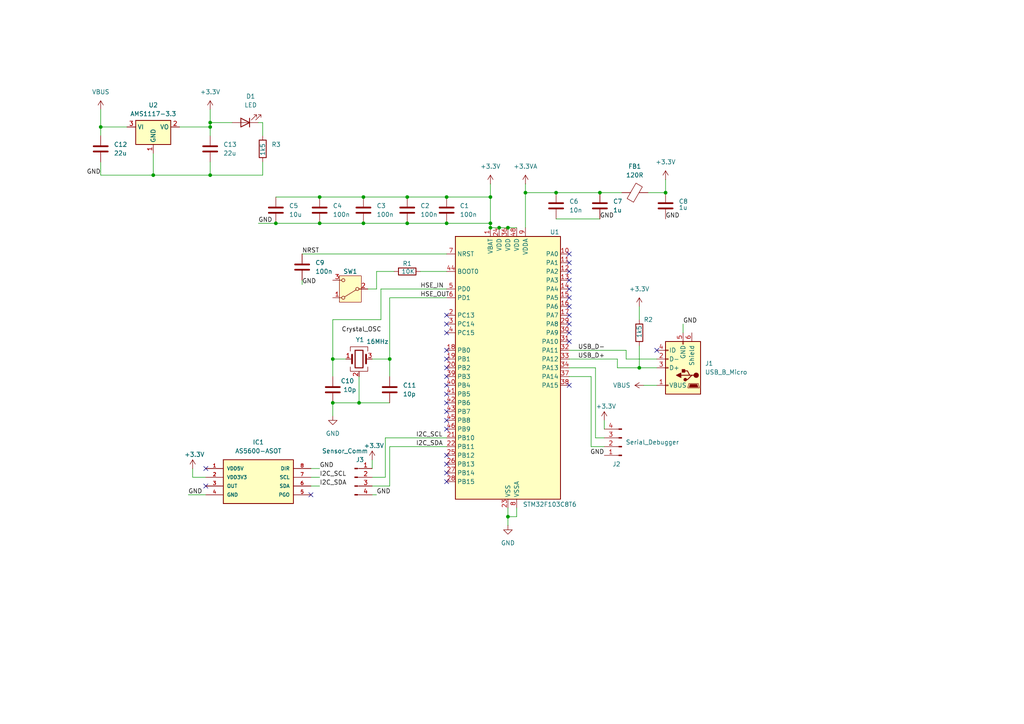
<source format=kicad_sch>
(kicad_sch (version 20250114) (generator "eeschema") (generator_version "9.0")
  (paper "A4")
  (lib_symbols
    (symbol "AS5600-ASOT:AS5600-ASOT" (pin_names (offset 1.016))
      (property "Reference" "IC" (at 6.35 5.08 0))
      (property "Value" "AS5600-ASOT" (at 6.35 -12.7 0))
      (symbol "AS5600-ASOT_0_0"
        (rectangle (start 5.08 -10.16) (end 25.4 2.54) (stroke (width 0.254)) (fill (type background)))
        (pin bidirectional line (at 0 0 0) (length 5.08) (name "VDD5V") (number "1"))
        (pin bidirectional line (at 0 -2.54 0) (length 5.08) (name "VDD3V3") (number "2"))
        (pin bidirectional line (at 0 -5.08 0) (length 5.08) (name "OUT") (number "3"))
        (pin bidirectional line (at 0 -7.62 0) (length 5.08) (name "GND") (number "4"))
        (pin bidirectional line (at 30.48 0 180) (length 5.08) (name "DIR") (number "8"))
        (pin bidirectional line (at 30.48 -2.54 180) (length 5.08) (name "SCL") (number "7"))
        (pin bidirectional line (at 30.48 -5.08 180) (length 5.08) (name "SDA") (number "6"))
        (pin bidirectional line (at 30.48 -7.62 180) (length 5.08) (name "PGO") (number "5"))
      )
    )
    (symbol "Connector:Conn_01x04_Pin" (pin_names (offset 1.016) (hide yes))
      (property "Reference" "J" (at 0 5.08 0))
      (property "Value" "Conn_01x04_Pin" (at 0 -7.62 0))
      (symbol "Conn_01x04_Pin_1_1"
        (rectangle (start 0.8636 2.667) (end 0 2.413) (stroke (width 0.1524)) (fill (type outline)))
        (rectangle (start 0.8636 0.127) (end 0 -0.127) (stroke (width 0.1524)) (fill (type outline)))
        (rectangle (start 0.8636 -2.413) (end 0 -2.667) (stroke (width 0.1524)) (fill (type outline)))
        (rectangle (start 0.8636 -4.953) (end 0 -5.207) (stroke (width 0.1524)) (fill (type outline)))
        (polyline (pts (xy 1.27 2.54) (xy 0.8636 2.54)) (stroke (width 0.1524)))
        (polyline (pts (xy 1.27 0) (xy 0.8636 0)) (stroke (width 0.1524)))
        (polyline (pts (xy 1.27 -2.54) (xy 0.8636 -2.54)) (stroke (width 0.1524)))
        (polyline (pts (xy 1.27 -5.08) (xy 0.8636 -5.08)) (stroke (width 0.1524)))
        (pin passive line (at 5.08 2.54 180) (length 3.81) (name "Pin_1") (number "1"))
        (pin passive line (at 5.08 0 180) (length 3.81) (name "Pin_2") (number "2"))
        (pin passive line (at 5.08 -2.54 180) (length 3.81) (name "Pin_3") (number "3"))
        (pin passive line (at 5.08 -5.08 180) (length 3.81) (name "Pin_4") (number "4"))
      )
    )
    (symbol "Connector:USB_B_Micro" (pin_names (offset 1.016))
      (property "Reference" "J" (at -5.08 11.43 0))
      (property "Value" "USB_B_Micro" (at -5.08 8.89 0))
      (symbol "USB_B_Micro_0_1"
        (rectangle (start -5.08 -7.62) (end 5.08 7.62) (stroke (width 0.254)) (fill (type background)))
        (polyline (pts (xy -4.699 5.842) (xy -4.699 5.588) (xy -4.445 4.826) (xy -4.445 4.572) (xy -1.651 4.572) (xy -1.651 4.826) (xy -1.397 5.588) (xy -1.397 5.842) (xy -4.699 5.842)))
        (polyline (pts (xy -4.318 5.588) (xy -1.778 5.588) (xy -2.032 4.826) (xy -4.064 4.826) (xy -4.318 5.588)) (fill (type outline)))
        (circle (center -3.81 2.159) (radius 0.635) (stroke (width 0.254)) (fill (type outline)))
        (polyline (pts (xy -3.175 2.159) (xy -2.54 2.159) (xy -1.27 3.429) (xy -0.635 3.429)) (stroke (width 0.254)))
        (polyline (pts (xy -2.54 2.159) (xy -1.905 2.159) (xy -1.27 0.889) (xy 0 0.889)) (stroke (width 0.254)))
        (polyline (pts (xy -1.905 2.159) (xy 0.635 2.159)) (stroke (width 0.254)))
        (circle (center -0.635 3.429) (radius 0.381) (stroke (width 0.254)) (fill (type outline)))
        (rectangle (start -0.127 -7.62) (end 0.127 -6.858))
        (rectangle (start 0.254 1.27) (end -0.508 0.508) (stroke (width 0.254)) (fill (type outline)))
        (polyline (pts (xy 0.635 2.794) (xy 0.635 1.524) (xy 1.905 2.159) (xy 0.635 2.794)) (stroke (width 0.254)) (fill (type outline)))
        (rectangle (start 5.08 4.953) (end 4.318 5.207))
        (rectangle (start 5.08 -0.127) (end 4.318 0.127))
        (rectangle (start 5.08 -2.667) (end 4.318 -2.413))
        (rectangle (start 5.08 -5.207) (end 4.318 -4.953))
      )
      (symbol "USB_B_Micro_1_1"
        (pin passive line (at -2.54 -10.16 90) (length 2.54) (name "Shield") (number "6"))
        (pin power_out line (at 0 -10.16 90) (length 2.54) (name "GND") (number "5"))
        (pin power_out line (at 7.62 5.08 180) (length 2.54) (name "VBUS") (number "1"))
        (pin bidirectional line (at 7.62 0 180) (length 2.54) (name "D+") (number "3"))
        (pin bidirectional line (at 7.62 -2.54 180) (length 2.54) (name "D-") (number "2"))
        (pin passive line (at 7.62 -5.08 180) (length 2.54) (name "ID") (number "4"))
      )
    )
    (symbol "Device:C" (pin_numbers (hide yes)) (pin_names (offset 0.254))
      (property "Reference" "C" (at 0.635 2.54 0))
      (property "Value" "C" (at 0.635 -2.54 0))
      (symbol "C_0_1"
        (polyline (pts (xy -2.032 0.762) (xy 2.032 0.762)) (stroke (width 0.508)))
        (polyline (pts (xy -2.032 -0.762) (xy 2.032 -0.762)) (stroke (width 0.508)))
      )
      (symbol "C_1_1"
        (pin passive line (at 0 3.81 270) (length 2.794) (name "~") (number "1"))
        (pin passive line (at 0 -3.81 90) (length 2.794) (name "~") (number "2"))
      )
    )
    (symbol "Device:Crystal_GND24" (pin_names (offset 1.016) (hide yes))
      (property "Reference" "Y" (at 3.175 5.08 0))
      (property "Value" "Crystal_GND24" (at 3.175 3.175 0))
      (symbol "Crystal_GND24_0_1"
        (polyline (pts (xy -2.54 2.286) (xy -2.54 3.556) (xy 2.54 3.556) (xy 2.54 2.286)))
        (polyline (pts (xy -2.54 0) (xy -2.032 0)))
        (polyline (pts (xy -2.54 -2.286) (xy -2.54 -3.556) (xy 2.54 -3.556) (xy 2.54 -2.286)))
        (polyline (pts (xy -2.032 -1.27) (xy -2.032 1.27)) (stroke (width 0.508)))
        (rectangle (start -1.143 2.54) (end 1.143 -2.54) (stroke (width 0.3048)))
        (polyline (pts (xy 0 -3.81) (xy 0 -3.556)))
        (polyline (pts (xy 2.032 0) (xy 2.54 0)))
        (polyline (pts (xy 2.032 -1.27) (xy 2.032 1.27)) (stroke (width 0.508)))
      )
      (symbol "Crystal_GND24_1_1"
        (pin passive line (at -3.81 0 0) (length 1.27) (name "1") (number "1"))
        (pin passive line (at 0 -5.08 90) (length 1.27) (name "G") (number "2"))
        (pin passive line (at 0 -5.08 90) (length 1.27) (hide yes) (name "G") (number "4"))
        (pin passive line (at 3.81 0 180) (length 1.27) (name "3") (number "3"))
      )
    )
    (symbol "Device:FerriteBead" (pin_numbers (hide yes)) (pin_names (offset 0))
      (property "Reference" "FB" (at -3.81 0.635 90))
      (property "Value" "FerriteBead" (at 3.81 0 90))
      (symbol "FerriteBead_0_1"
        (polyline (pts (xy -2.7686 0.4064) (xy -1.7018 2.2606) (xy 2.7686 -0.3048) (xy 1.6764 -2.159) (xy -2.7686 0.4064)))
        (polyline (pts (xy 0 1.27) (xy 0 1.2954)))
        (polyline (pts (xy 0 -1.27) (xy 0 -1.2192)))
      )
      (symbol "FerriteBead_1_1"
        (pin passive line (at 0 3.81 270) (length 2.54) (name "~") (number "1"))
        (pin passive line (at 0 -3.81 90) (length 2.54) (name "~") (number "2"))
      )
    )
    (symbol "Device:LED" (pin_numbers (hide yes)) (pin_names (offset 1.016) (hide yes))
      (property "Reference" "D" (at 0 2.54 0))
      (property "Value" "LED" (at 0 -2.54 0))
      (symbol "LED_0_1"
        (polyline (pts (xy -3.048 -0.762) (xy -4.572 -2.286) (xy -3.81 -2.286) (xy -4.572 -2.286) (xy -4.572 -1.524)))
        (polyline (pts (xy -1.778 -0.762) (xy -3.302 -2.286) (xy -2.54 -2.286) (xy -3.302 -2.286) (xy -3.302 -1.524)))
        (polyline (pts (xy -1.27 0) (xy 1.27 0)))
        (polyline (pts (xy -1.27 -1.27) (xy -1.27 1.27)) (stroke (width 0.254)))
        (polyline (pts (xy 1.27 -1.27) (xy 1.27 1.27) (xy -1.27 0) (xy 1.27 -1.27)) (stroke (width 0.254)))
      )
      (symbol "LED_1_1"
        (pin passive line (at -3.81 0 0) (length 2.54) (name "K") (number "1"))
        (pin passive line (at 3.81 0 180) (length 2.54) (name "A") (number "2"))
      )
    )
    (symbol "Device:R" (pin_numbers (hide yes)) (pin_names (offset 0))
      (property "Reference" "R" (at 2.032 0 90))
      (property "Value" "R" (at 0 0 90))
      (symbol "R_0_1"
        (rectangle (start -1.016 -2.54) (end 1.016 2.54) (stroke (width 0.254)))
      )
      (symbol "R_1_1"
        (pin passive line (at 0 3.81 270) (length 1.27) (name "~") (number "1"))
        (pin passive line (at 0 -3.81 90) (length 1.27) (name "~") (number "2"))
      )
    )
    (symbol "MCU_ST_STM32F1:STM32F103C8Tx"
      (property "Reference" "U" (at -15.24 39.37 0))
      (property "Value" "STM32F103C8Tx" (at 7.62 39.37 0))
      (symbol "STM32F103C8Tx_0_1"
        (rectangle (start -15.24 -38.1) (end 15.24 38.1) (stroke (width 0.254)) (fill (type background)))
      )
      (symbol "STM32F103C8Tx_1_1"
        (pin input line (at -17.78 33.02 0) (length 2.54) (name "NRST") (number "7"))
        (pin input line (at -17.78 27.94 0) (length 2.54) (name "BOOT0") (number "44"))
        (pin bidirectional line (at -17.78 22.86 0) (length 2.54) (name "PD0") (number "5"))
        (pin bidirectional line (at -17.78 20.32 0) (length 2.54) (name "PD1") (number "6"))
        (pin bidirectional line (at -17.78 15.24 0) (length 2.54) (name "PC13") (number "2"))
        (pin bidirectional line (at -17.78 12.7 0) (length 2.54) (name "PC14") (number "3"))
        (pin bidirectional line (at -17.78 10.16 0) (length 2.54) (name "PC15") (number "4"))
        (pin bidirectional line (at -17.78 5.08 0) (length 2.54) (name "PB0") (number "18"))
        (pin bidirectional line (at -17.78 2.54 0) (length 2.54) (name "PB1") (number "19"))
        (pin bidirectional line (at -17.78 0 0) (length 2.54) (name "PB2") (number "20"))
        (pin bidirectional line (at -17.78 -2.54 0) (length 2.54) (name "PB3") (number "39"))
        (pin bidirectional line (at -17.78 -5.08 0) (length 2.54) (name "PB4") (number "40"))
        (pin bidirectional line (at -17.78 -7.62 0) (length 2.54) (name "PB5") (number "41"))
        (pin bidirectional line (at -17.78 -10.16 0) (length 2.54) (name "PB6") (number "42"))
        (pin bidirectional line (at -17.78 -12.7 0) (length 2.54) (name "PB7") (number "43"))
        (pin bidirectional line (at -17.78 -15.24 0) (length 2.54) (name "PB8") (number "45"))
        (pin bidirectional line (at -17.78 -17.78 0) (length 2.54) (name "PB9") (number "46"))
        (pin bidirectional line (at -17.78 -20.32 0) (length 2.54) (name "PB10") (number "21"))
        (pin bidirectional line (at -17.78 -22.86 0) (length 2.54) (name "PB11") (number "22"))
        (pin bidirectional line (at -17.78 -25.4 0) (length 2.54) (name "PB12") (number "25"))
        (pin bidirectional line (at -17.78 -27.94 0) (length 2.54) (name "PB13") (number "26"))
        (pin bidirectional line (at -17.78 -30.48 0) (length 2.54) (name "PB14") (number "27"))
        (pin bidirectional line (at -17.78 -33.02 0) (length 2.54) (name "PB15") (number "28"))
        (pin power_in line (at -5.08 40.64 270) (length 2.54) (name "VBAT") (number "1"))
        (pin power_in line (at -2.54 40.64 270) (length 2.54) (name "VDD") (number "24"))
        (pin power_in line (at 0 40.64 270) (length 2.54) (name "VDD") (number "36"))
        (pin power_in line (at 0 -40.64 90) (length 2.54) (name "VSS") (number "23"))
        (pin passive line (at 0 -40.64 90) (length 2.54) (hide yes) (name "VSS") (number "35"))
        (pin passive line (at 0 -40.64 90) (length 2.54) (hide yes) (name "VSS") (number "47"))
        (pin power_in line (at 2.54 40.64 270) (length 2.54) (name "VDD") (number "48"))
        (pin power_in line (at 2.54 -40.64 90) (length 2.54) (name "VSSA") (number "8"))
        (pin power_in line (at 5.08 40.64 270) (length 2.54) (name "VDDA") (number "9"))
        (pin bidirectional line (at 17.78 33.02 180) (length 2.54) (name "PA0") (number "10"))
        (pin bidirectional line (at 17.78 30.48 180) (length 2.54) (name "PA1") (number "11"))
        (pin bidirectional line (at 17.78 27.94 180) (length 2.54) (name "PA2") (number "12"))
        (pin bidirectional line (at 17.78 25.4 180) (length 2.54) (name "PA3") (number "13"))
        (pin bidirectional line (at 17.78 22.86 180) (length 2.54) (name "PA4") (number "14"))
        (pin bidirectional line (at 17.78 20.32 180) (length 2.54) (name "PA5") (number "15"))
        (pin bidirectional line (at 17.78 17.78 180) (length 2.54) (name "PA6") (number "16"))
        (pin bidirectional line (at 17.78 15.24 180) (length 2.54) (name "PA7") (number "17"))
        (pin bidirectional line (at 17.78 12.7 180) (length 2.54) (name "PA8") (number "29"))
        (pin bidirectional line (at 17.78 10.16 180) (length 2.54) (name "PA9") (number "30"))
        (pin bidirectional line (at 17.78 7.62 180) (length 2.54) (name "PA10") (number "31"))
        (pin bidirectional line (at 17.78 5.08 180) (length 2.54) (name "PA11") (number "32"))
        (pin bidirectional line (at 17.78 2.54 180) (length 2.54) (name "PA12") (number "33"))
        (pin bidirectional line (at 17.78 0 180) (length 2.54) (name "PA13") (number "34"))
        (pin bidirectional line (at 17.78 -2.54 180) (length 2.54) (name "PA14") (number "37"))
        (pin bidirectional line (at 17.78 -5.08 180) (length 2.54) (name "PA15") (number "38"))
      )
    )
    (symbol "Regulator_Linear:AMS1117-3.3"
      (property "Reference" "U" (at -3.81 3.175 0))
      (property "Value" "AMS1117-3.3" (at 0 3.175 0))
      (symbol "AMS1117-3.3_0_1"
        (rectangle (start -5.08 -5.08) (end 5.08 1.905) (stroke (width 0.254)) (fill (type background)))
      )
      (symbol "AMS1117-3.3_1_1"
        (pin power_in line (at -7.62 0 0) (length 2.54) (name "VI") (number "3"))
        (pin power_in line (at 0 -7.62 90) (length 2.54) (name "GND") (number "1"))
        (pin power_out line (at 7.62 0 180) (length 2.54) (name "VO") (number "2"))
      )
    )
    (symbol "Switch:SW_SPDT" (pin_names (offset 0) (hide yes))
      (property "Reference" "SW" (at 0 5.08 0))
      (property "Value" "SW_SPDT" (at 0 -5.08 0))
      (symbol "SW_SPDT_0_1"
        (circle (center -2.032 0) (radius 0.4572))
        (polyline (pts (xy -1.651 0.254) (xy 1.651 2.286)))
        (circle (center 2.032 2.54) (radius 0.4572))
        (circle (center 2.032 -2.54) (radius 0.4572))
      )
      (symbol "SW_SPDT_1_1"
        (rectangle (start -3.175 3.81) (end 3.175 -3.81) (fill (type background)))
        (pin passive line (at -5.08 0 0) (length 2.54) (name "B") (number "2"))
        (pin passive line (at 5.08 2.54 180) (length 2.54) (name "A") (number "1"))
        (pin passive line (at 5.08 -2.54 180) (length 2.54) (name "C") (number "3"))
      )
    )
    (symbol "power:+3.3V" (power) (pin_numbers (hide yes)) (pin_names (offset 0) (hide yes))
      (property "Value" "+3.3V" (at 0 3.556 0))
      (symbol "+3.3V_0_1"
        (polyline (pts (xy -0.762 1.27) (xy 0 2.54)))
        (polyline (pts (xy 0 2.54) (xy 0.762 1.27)))
        (polyline (pts (xy 0 0) (xy 0 2.54)))
      )
      (symbol "+3.3V_1_1"
        (pin power_in line (at 0 0 90) (length 0) (name "~") (number "1"))
      )
    )
    (symbol "power:+3.3VA" (power) (pin_numbers (hide yes)) (pin_names (offset 0) (hide yes))
      (property "Value" "+3.3VA" (at 0 3.556 0))
      (symbol "+3.3VA_0_1"
        (polyline (pts (xy -0.762 1.27) (xy 0 2.54)))
        (polyline (pts (xy 0 2.54) (xy 0.762 1.27)))
        (polyline (pts (xy 0 0) (xy 0 2.54)))
      )
      (symbol "+3.3VA_1_1"
        (pin power_in line (at 0 0 90) (length 0) (name "~") (number "1"))
      )
    )
    (symbol "power:GND" (power) (pin_numbers (hide yes)) (pin_names (offset 0) (hide yes))
      (property "Value" "GND" (at 0 -3.81 0))
      (symbol "GND_0_1"
        (polyline (pts (xy 0 0) (xy 0 -1.27) (xy 1.27 -1.27) (xy 0 -2.54) (xy -1.27 -1.27) (xy 0 -1.27)))
      )
      (symbol "GND_1_1"
        (pin power_in line (at 0 0 270) (length 0) (name "~") (number "1"))
      )
    )
    (symbol "power:VBUS" (power) (pin_numbers (hide yes)) (pin_names (offset 0) (hide yes))
      (property "Value" "VBUS" (at 0 3.556 0))
      (symbol "VBUS_0_1"
        (polyline (pts (xy -0.762 1.27) (xy 0 2.54)))
        (polyline (pts (xy 0 2.54) (xy 0.762 1.27)))
        (polyline (pts (xy 0 0) (xy 0 2.54)))
      )
      (symbol "VBUS_1_1"
        (pin power_in line (at 0 0 90) (length 0) (name "~") (number "1"))
      )
    )
  )
  (junction (at 142.24 64.77))
  (junction (at 105.41 57.15))
  (junction (at 161.29 55.88))
  (junction (at 60.96 35.56))
  (junction (at 173.99 55.88))
  (junction (at 185.42 106.68))
  (junction (at 80.01 64.77))
  (junction (at 29.21 36.83))
  (junction (at 147.32 149.86))
  (junction (at 96.52 116.84))
  (junction (at 104.14 116.84))
  (junction (at 92.71 64.77))
  (junction (at 152.4 55.88))
  (junction (at 142.24 66.04))
  (junction (at 118.11 57.15))
  (junction (at 142.24 57.15))
  (junction (at 92.71 57.15))
  (junction (at 129.54 64.77))
  (junction (at 113.03 104.14))
  (junction (at 60.96 36.83))
  (junction (at 144.78 66.04))
  (junction (at 118.11 64.77))
  (junction (at 44.45 50.8))
  (junction (at 129.54 57.15))
  (junction (at 193.04 55.88))
  (junction (at 147.32 66.04))
  (junction (at 105.41 64.77))
  (junction (at 60.96 50.8))
  (junction (at 96.52 104.14))
  (no_connect (at 129.54 111.76))
  (no_connect (at 165.1 86.36))
  (no_connect (at 129.54 93.98))
  (no_connect (at 165.1 111.76))
  (no_connect (at 59.69 135.89))
  (no_connect (at 165.1 99.06))
  (no_connect (at 129.54 124.46))
  (no_connect (at 129.54 96.52))
  (no_connect (at 129.54 101.6))
  (no_connect (at 129.54 106.68))
  (no_connect (at 165.1 93.98))
  (no_connect (at 165.1 78.74))
  (no_connect (at 129.54 121.92))
  (no_connect (at 129.54 91.44))
  (no_connect (at 129.54 139.7))
  (no_connect (at 129.54 134.62))
  (no_connect (at 165.1 76.2))
  (no_connect (at 165.1 91.44))
  (no_connect (at 165.1 88.9))
  (no_connect (at 129.54 114.3))
  (no_connect (at 165.1 73.66))
  (no_connect (at 129.54 109.22))
  (no_connect (at 190.5 101.6))
  (no_connect (at 129.54 132.08))
  (no_connect (at 129.54 137.16))
  (no_connect (at 129.54 119.38))
  (no_connect (at 165.1 96.52))
  (no_connect (at 129.54 116.84))
  (no_connect (at 90.17 143.51))
  (no_connect (at 165.1 81.28))
  (no_connect (at 165.1 83.82))
  (no_connect (at 129.54 104.14))
  (no_connect (at 59.69 140.97))
  (wire (pts (xy 118.11 57.15) (xy 129.54 57.15)))
  (wire (pts (xy 152.4 53.34) (xy 152.4 55.88)))
  (wire (pts (xy 29.21 39.37) (xy 29.21 36.83)))
  (wire (pts (xy 147.32 149.86) (xy 147.32 152.4)))
  (wire (pts (xy 185.42 100.33) (xy 185.42 106.68)))
  (wire (pts (xy 107.95 143.51) (xy 109.22 143.51)))
  (wire (pts (xy 104.14 116.84) (xy 113.03 116.84)))
  (wire (pts (xy 113.03 129.54) (xy 113.03 140.97)))
  (wire (pts (xy 173.99 55.88) (xy 180.34 55.88)))
  (wire (pts (xy 118.11 64.77) (xy 129.54 64.77)))
  (wire (pts (xy 179.07 104.14) (xy 179.07 106.68)))
  (wire (pts (xy 60.96 46.99) (xy 60.96 50.8)))
  (wire (pts (xy 147.32 147.32) (xy 147.32 149.86)))
  (wire (pts (xy 152.4 55.88) (xy 161.29 55.88)))
  (wire (pts (xy 152.4 55.88) (xy 152.4 66.04)))
  (wire (pts (xy 110.49 92.71) (xy 96.52 92.71)))
  (wire (pts (xy 109.22 78.74) (xy 109.22 83.82)))
  (wire (pts (xy 113.03 86.36) (xy 129.54 86.36)))
  (wire (pts (xy 87.63 81.28) (xy 87.63 82.55)))
  (wire (pts (xy 129.54 64.77) (xy 142.24 64.77)))
  (wire (pts (xy 44.45 50.8) (xy 60.96 50.8)))
  (wire (pts (xy 113.03 129.54) (xy 129.54 129.54)))
  (wire (pts (xy 147.32 66.04) (xy 149.86 66.04)))
  (wire (pts (xy 55.88 138.43) (xy 59.69 138.43)))
  (wire (pts (xy 111.76 127) (xy 111.76 138.43)))
  (wire (pts (xy 52.07 36.83) (xy 60.96 36.83)))
  (wire (pts (xy 142.24 57.15) (xy 142.24 64.77)))
  (wire (pts (xy 113.03 104.14) (xy 107.95 104.14)))
  (wire (pts (xy 92.71 64.77) (xy 105.41 64.77)))
  (wire (pts (xy 90.17 140.97) (xy 92.71 140.97)))
  (wire (pts (xy 55.88 138.43) (xy 55.88 135.89)))
  (wire (pts (xy 104.14 109.22) (xy 104.14 116.84)))
  (wire (pts (xy 74.93 35.56) (xy 76.2 35.56)))
  (wire (pts (xy 107.95 140.97) (xy 113.03 140.97)))
  (wire (pts (xy 111.76 127) (xy 129.54 127)))
  (wire (pts (xy 90.17 138.43) (xy 92.71 138.43)))
  (wire (pts (xy 92.71 57.15) (xy 105.41 57.15)))
  (wire (pts (xy 110.49 83.82) (xy 110.49 92.71)))
  (wire (pts (xy 190.5 104.14) (xy 181.61 104.14)))
  (wire (pts (xy 80.01 64.77) (xy 92.71 64.77)))
  (wire (pts (xy 44.45 44.45) (xy 44.45 50.8)))
  (wire (pts (xy 113.03 86.36) (xy 113.03 104.14)))
  (wire (pts (xy 109.22 83.82) (xy 106.68 83.82)))
  (wire (pts (xy 80.01 57.15) (xy 92.71 57.15)))
  (wire (pts (xy 74.93 64.77) (xy 80.01 64.77)))
  (wire (pts (xy 121.92 78.74) (xy 129.54 78.74)))
  (wire (pts (xy 142.24 66.04) (xy 144.78 66.04)))
  (wire (pts (xy 60.96 50.8) (xy 76.2 50.8)))
  (wire (pts (xy 114.3 78.74) (xy 109.22 78.74)))
  (wire (pts (xy 172.72 106.68) (xy 172.72 127)))
  (wire (pts (xy 165.1 104.14) (xy 179.07 104.14)))
  (wire (pts (xy 172.72 127) (xy 175.26 127)))
  (wire (pts (xy 90.17 135.89) (xy 92.71 135.89)))
  (wire (pts (xy 87.63 73.66) (xy 129.54 73.66)))
  (wire (pts (xy 165.1 109.22) (xy 171.45 109.22)))
  (wire (pts (xy 171.45 129.54) (xy 175.26 129.54)))
  (wire (pts (xy 76.2 46.99) (xy 76.2 50.8)))
  (wire (pts (xy 165.1 101.6) (xy 181.61 101.6)))
  (wire (pts (xy 96.52 92.71) (xy 96.52 104.14)))
  (wire (pts (xy 96.52 104.14) (xy 96.52 109.22)))
  (wire (pts (xy 161.29 63.5) (xy 173.99 63.5)))
  (wire (pts (xy 29.21 31.75) (xy 29.21 36.83)))
  (wire (pts (xy 60.96 31.75) (xy 60.96 35.56)))
  (wire (pts (xy 76.2 35.56) (xy 76.2 39.37)))
  (wire (pts (xy 149.86 149.86) (xy 147.32 149.86)))
  (wire (pts (xy 29.21 46.99) (xy 29.21 50.8)))
  (wire (pts (xy 149.86 147.32) (xy 149.86 149.86)))
  (wire (pts (xy 165.1 106.68) (xy 172.72 106.68)))
  (wire (pts (xy 96.52 104.14) (xy 100.33 104.14)))
  (wire (pts (xy 96.52 116.84) (xy 104.14 116.84)))
  (wire (pts (xy 129.54 57.15) (xy 142.24 57.15)))
  (wire (pts (xy 175.26 121.92) (xy 175.26 124.46)))
  (wire (pts (xy 29.21 50.8) (xy 44.45 50.8)))
  (wire (pts (xy 96.52 116.84) (xy 96.52 120.65)))
  (wire (pts (xy 29.21 36.83) (xy 36.83 36.83)))
  (wire (pts (xy 185.42 88.9) (xy 185.42 92.71)))
  (wire (pts (xy 181.61 104.14) (xy 181.61 101.6)))
  (wire (pts (xy 129.54 83.82) (xy 110.49 83.82)))
  (wire (pts (xy 144.78 66.04) (xy 147.32 66.04)))
  (wire (pts (xy 107.95 135.89) (xy 107.95 133.35)))
  (wire (pts (xy 190.5 106.68) (xy 185.42 106.68)))
  (wire (pts (xy 54.61 143.51) (xy 59.69 143.51)))
  (wire (pts (xy 60.96 36.83) (xy 60.96 39.37)))
  (wire (pts (xy 60.96 35.56) (xy 60.96 36.83)))
  (wire (pts (xy 105.41 57.15) (xy 118.11 57.15)))
  (wire (pts (xy 198.12 93.98) (xy 198.12 96.52)))
  (wire (pts (xy 142.24 53.34) (xy 142.24 57.15)))
  (wire (pts (xy 111.76 138.43) (xy 107.95 138.43)))
  (wire (pts (xy 186.69 111.76) (xy 190.5 111.76)))
  (wire (pts (xy 60.96 35.56) (xy 67.31 35.56)))
  (wire (pts (xy 105.41 64.77) (xy 118.11 64.77)))
  (wire (pts (xy 187.96 55.88) (xy 193.04 55.88)))
  (wire (pts (xy 142.24 64.77) (xy 142.24 66.04)))
  (wire (pts (xy 179.07 106.68) (xy 185.42 106.68)))
  (wire (pts (xy 193.04 52.07) (xy 193.04 55.88)))
  (wire (pts (xy 113.03 104.14) (xy 113.03 109.22)))
  (wire (pts (xy 171.45 109.22) (xy 171.45 129.54)))
  (wire (pts (xy 161.29 55.88) (xy 173.99 55.88)))
  (label "I2C_SDA" (at 120.65 129.54 0))
  (label "GND" (at 54.61 143.51 0))
  (label "HSE_OUT" (at 121.92 86.36 0))
  (label "I2C_SDA" (at 92.71 140.97 0))
  (label "I2C_SCL" (at 120.65 127 0))
  (label "GND" (at 109.22 143.51 0))
  (label "NRST" (at 87.63 73.66 0))
  (label "USB_D-" (at 167.64 101.6 0))
  (label "GND" (at 175.26 132.08 180))
  (label "Crystal_OSC" (at 99.06 96.52 0))
  (label "HSE_IN" (at 121.92 83.82 0))
  (label "GND" (at 173.99 63.5 0))
  (label "USB_D+" (at 167.64 104.14 0))
  (label "GND" (at 87.63 82.55 0))
  (label "GND" (at 29.21 50.8 180))
  (label "GND" (at 198.12 93.98 0))
  (label "GND" (at 92.71 135.89 0))
  (label "GND" (at 74.93 64.77 0))
  (label "GND" (at 193.04 63.5 0))
  (label "I2C_SCL" (at 92.71 138.43 0))
  (symbol (lib_id "Device:C") (at 96.52 113.03 0) (unit 1)
    (property "Reference" "C10" (at 98.806 110.49 0) (effects (justify left)))
    (property "Value" "10p" (at 99.568 113.03 0) (effects (justify left)))
    (property "Description" "Unpolarized capacitor" (effects (hide yes)))
  )
  (symbol (lib_id "Device:C") (at 129.54 60.96 0) (unit 1)
    (property "Reference" "C1" (at 133.35 59.6899 0) (effects (justify left)))
    (property "Value" "100n" (at 133.35 62.2299 0) (effects (justify left)))
    (property "Description" "Unpolarized capacitor" (effects (hide yes)))
  )
  (symbol (lib_id "Device:C") (at 161.29 59.69 0) (unit 1)
    (property "Reference" "C6" (at 165.1 58.4199 0) (effects (justify left)))
    (property "Value" "10n" (at 165.1 60.9599 0) (effects (justify left)))
    (property "Description" "Unpolarized capacitor" (effects (hide yes)))
  )
  (symbol (lib_id "power:+3.3V") (at 193.04 52.07 0) (unit 1)
    (property "Reference" "#PWR08" (effects (hide yes)))
    (property "Value" "+3.3V" (at 193.04 46.99 0))
    (property "Description" "Power symbol creates a global label with name \"+3.3V\"" (effects (hide yes)))
  )
  (symbol (lib_id "Device:R") (at 185.42 96.52 0) (unit 1)
    (property "Reference" "R2" (at 186.69 92.71 0) (effects (justify left)))
    (property "Value" "1k5" (at 185.42 98.044 90) (effects (justify left)))
    (property "Description" "Resistor" (effects (hide yes)))
  )
  (symbol (lib_id "Device:C") (at 105.41 60.96 0) (unit 1)
    (property "Reference" "C3" (at 109.22 59.6899 0) (effects (justify left)))
    (property "Value" "100n" (at 109.22 62.2299 0) (effects (justify left)))
    (property "Description" "Unpolarized capacitor" (effects (hide yes)))
  )
  (symbol (lib_id "Device:FerriteBead") (at 184.15 55.88 90) (unit 1)
    (property "Reference" "FB1" (at 184.0992 48.26 90))
    (property "Value" "120R" (at 184.0992 50.8 90))
    (property "Description" "Ferrite bead" (effects (hide yes)))
  )
  (symbol (lib_id "Device:R") (at 76.2 43.18 0) (unit 1)
    (property "Reference" "R3" (at 78.74 41.9099 0) (effects (justify left)))
    (property "Value" "1k5" (at 76.2 45.212 90) (effects (justify left)))
    (property "Description" "Resistor" (effects (hide yes)))
  )
  (symbol (lib_id "Device:C") (at 87.63 77.47 0) (unit 1)
    (property "Reference" "C9" (at 91.44 76.1999 0) (effects (justify left)))
    (property "Value" "100n" (at 91.44 78.7399 0) (effects (justify left)))
    (property "Description" "Unpolarized capacitor" (effects (hide yes)))
  )
  (symbol (lib_id "AS5600-ASOT:AS5600-ASOT") (at 59.69 135.89 0) (unit 1)
    (property "Reference" "IC1" (at 74.93 128.27 0))
    (property "Value" "AS5600-ASOT" (at 74.93 130.81 0))
    (property "Footprint" "AS5600-ASOT:SOIC127P600X175-8N" (effects (hide yes)))
    (property "MANUFACTURER_NAME" "ams" (effects (hide yes)))
    (property "MF" "ams" (effects (hide yes)))
    (property "MOUSER_PRICE-STOCK" "https://www.mouser.co.uk/ProductDetail/ams/AS5600-ASOT?qs=KTMMzrZdriGJpjhsnAEYBA%3D%3D" (effects (hide yes)))
    (property "DESCRIPTION" "Board Mount Hall Effect / Magnetic Sensors AS5600 Magnetic Sensor 12-Bit" (effects (hide yes)))
    (property "MOUSER_PART_NUMBER" "985-AS5600-ASOT" (effects (hide yes)))
    (property "Price" "None" (effects (hide yes)))
    (property "Package" "SOIC-8 ams" (effects (hide yes)))
    (property "Check_prices" "https://www.snapeda.com/parts/AS5600-ASOT/ams/view-part/?ref=eda" (effects (hide yes)))
    (property "HEIGHT" "1.75mm" (effects (hide yes)))
    (property "MP" "AS5600-ASOT" (effects (hide yes)))
    (property "SnapEDA_Link" "https://www.snapeda.com/parts/AS5600-ASOT/ams/view-part/?ref=snap" (effects (hide yes)))
    (property "ARROW_PRICE-STOCK" "https://www.arrow.com/en/products/as5600-asot/ams-ag?region=nac" (effects (hide yes)))
    (property "ARROW_PART_NUMBER" "AS5600-ASOT" (effects (hide yes)))
    (property "Description_1" "Hall Effect Sensor Angle External Magnet, Not Included Gull Wing" (effects (hide yes)))
    (property "Availability" "In Stock" (effects (hide yes)))
    (property "MANUFACTURER_PART_NUMBER" "AS5600-ASOT" (effects (hide yes)))
  )
  (symbol (lib_id "Regulator_Linear:AMS1117-3.3") (at 44.45 36.83 0) (unit 1)
    (property "Reference" "U2" (at 44.45 30.48 0))
    (property "Value" "AMS1117-3.3" (at 44.45 33.02 0))
    (property "Footprint" "Package_TO_SOT_SMD:SOT-223-3_TabPin2" (effects (hide yes)))
    (property "Datasheet" "http://www.advanced-monolithic.com/pdf/ds1117.pdf" (effects (hide yes)))
    (property "Description" "1A Low Dropout regulator, positive, 3.3V fixed output, SOT-223" (effects (hide yes)))
  )
  (symbol (lib_id "Connector:USB_B_Micro") (at 198.12 106.68 180) (unit 1)
    (property "Reference" "J1" (at 204.47 105.4099 0) (effects (justify right)))
    (property "Value" "USB_B_Micro" (at 204.47 107.9499 0) (effects (justify right)))
    (property "Description" "USB Micro Type B connector" (effects (hide yes)))
  )
  (symbol (lib_id "Device:C") (at 60.96 43.18 0) (unit 1)
    (property "Reference" "C13" (at 64.77 41.9099 0) (effects (justify left)))
    (property "Value" "22u" (at 64.77 44.4499 0) (effects (justify left)))
    (property "Description" "Unpolarized capacitor" (effects (hide yes)))
  )
  (symbol (lib_id "power:+3.3V") (at 107.95 133.35 0) (unit 1)
    (property "Reference" "#PWR021" (effects (hide yes)))
    (property "Value" "+3.3V" (at 108.458 129.286 0))
    (property "Description" "Power symbol creates a global label with name \"+3.3V\"" (effects (hide yes)))
  )
  (symbol (lib_id "Device:C") (at 80.01 60.96 0) (unit 1)
    (property "Reference" "C5" (at 83.82 59.6899 0) (effects (justify left)))
    (property "Value" "10u" (at 83.82 62.2299 0) (effects (justify left)))
    (property "Description" "Unpolarized capacitor" (effects (hide yes)))
  )
  (symbol (lib_id "Device:C") (at 113.03 113.03 0) (unit 1)
    (property "Reference" "C11" (at 116.84 111.7599 0) (effects (justify left)))
    (property "Value" "10p" (at 116.84 114.2999 0) (effects (justify left)))
    (property "Description" "Unpolarized capacitor" (effects (hide yes)))
  )
  (symbol (lib_id "Connector:Conn_01x04_Pin") (at 102.87 138.43 0) (unit 1)
    (property "Reference" "J3" (at 104.394 133.35 0))
    (property "Value" "Sensor_Comm" (at 100.076 130.81 0))
    (property "Description" "Generic connector, single row, 01x04, script generated" (effects (hide yes)))
  )
  (symbol (lib_id "Device:C") (at 118.11 60.96 0) (unit 1)
    (property "Reference" "C2" (at 121.92 59.6899 0) (effects (justify left)))
    (property "Value" "100n" (at 121.92 62.2299 0) (effects (justify left)))
    (property "Description" "Unpolarized capacitor" (effects (hide yes)))
  )
  (symbol (lib_id "power:+3.3V") (at 175.26 121.92 0) (unit 1)
    (property "Reference" "#PWR013" (effects (hide yes)))
    (property "Value" "+3.3V" (at 175.768 117.856 0))
    (property "Description" "Power symbol creates a global label with name \"+3.3V\"" (effects (hide yes)))
  )
  (symbol (lib_id "Device:C") (at 29.21 43.18 0) (unit 1)
    (property "Reference" "C12" (at 33.02 41.9099 0) (effects (justify left)))
    (property "Value" "22u" (at 33.02 44.4499 0) (effects (justify left)))
    (property "Description" "Unpolarized capacitor" (effects (hide yes)))
  )
  (symbol (lib_id "power:+3.3VA") (at 152.4 53.34 0) (unit 1)
    (property "Reference" "#PWR03" (effects (hide yes)))
    (property "Value" "+3.3VA" (at 152.4 48.26 0))
    (property "Description" "Power symbol creates a global label with name \"+3.3VA\"" (effects (hide yes)))
  )
  (symbol (lib_id "Switch:SW_SPDT") (at 101.6 83.82 180) (unit 1)
    (property "Reference" "SW1" (at 101.6 78.74 0))
    (property "Value" "SW_SPDT" (effects (hide yes)))
    (property "Description" "Switch, single pole double throw" (effects (hide yes)))
  )
  (symbol (lib_id "Device:C") (at 92.71 60.96 0) (unit 1)
    (property "Reference" "C4" (at 96.52 59.6899 0) (effects (justify left)))
    (property "Value" "100n" (at 96.52 62.2299 0) (effects (justify left)))
    (property "Description" "Unpolarized capacitor" (effects (hide yes)))
  )
  (symbol (lib_id "Device:C") (at 173.99 59.69 0) (unit 1)
    (property "Reference" "C7" (at 177.8 58.4199 0) (effects (justify left)))
    (property "Value" "1u" (at 177.8 60.9599 0) (effects (justify left)))
    (property "Description" "Unpolarized capacitor" (effects (hide yes)))
  )
  (symbol (lib_id "Device:Crystal_GND24") (at 104.14 104.14 0) (unit 1)
    (property "Reference" "Y1" (at 104.394 98.552 0))
    (property "Value" "16MHz" (at 109.474 99.06 0))
    (property "Description" "Four pin crystal, GND on pins 2 and 4" (effects (hide yes)))
    (property private "KLC_S3.3" "The rectangle is not a symbol body but a graphical element" (effects (hide yes)))
    (property private "KLC_S4.1" "Some pins are on 50mil grid to make the symbol small" (effects (hide yes)))
  )
  (symbol (lib_id "power:+3.3V") (at 142.24 53.34 0) (unit 1)
    (property "Reference" "#PWR02" (effects (hide yes)))
    (property "Value" "+3.3V" (at 142.24 48.26 0))
    (property "Description" "Power symbol creates a global label with name \"+3.3V\"" (effects (hide yes)))
  )
  (symbol (lib_id "power:+3.3V") (at 60.96 31.75 0) (unit 1)
    (property "Reference" "#PWR017" (effects (hide yes)))
    (property "Value" "+3.3V" (at 60.96 26.67 0))
    (property "Description" "Power symbol creates a global label with name \"+3.3V\"" (effects (hide yes)))
  )
  (symbol (lib_id "Connector:Conn_01x04_Pin") (at 180.34 129.54 180) (unit 1)
    (property "Reference" "J2" (at 178.816 134.62 0))
    (property "Value" "Serial_Debugger" (at 189.23 128.27 0))
    (property "Description" "Generic connector, single row, 01x04, script generated" (effects (hide yes)))
  )
  (symbol (lib_id "power:VBUS") (at 29.21 31.75 0) (unit 1)
    (property "Reference" "#PWR016" (effects (hide yes)))
    (property "Value" "VBUS" (at 29.21 26.67 0))
    (property "Description" "Power symbol creates a global label with name \"VBUS\"" (effects (hide yes)))
  )
  (symbol (lib_id "power:+3.3V") (at 185.42 88.9 0) (unit 1)
    (property "Reference" "#PWR012" (effects (hide yes)))
    (property "Value" "+3.3V" (at 185.42 83.82 0))
    (property "Description" "Power symbol creates a global label with name \"+3.3V\"" (effects (hide yes)))
  )
  (symbol (lib_id "Device:LED") (at 71.12 35.56 180) (unit 1)
    (property "Reference" "D1" (at 72.7075 27.94 0))
    (property "Value" "LED" (at 72.7075 30.48 0))
    (property "Description" "Light emitting diode" (effects (hide yes)))
    (property "Sim.Pins" "1=K 2=A" (effects (hide yes)))
  )
  (symbol (lib_id "power:VBUS") (at 186.69 111.76 90) (unit 1)
    (property "Reference" "#PWR011" (effects (hide yes)))
    (property "Value" "VBUS" (at 182.88 111.7599 90) (effects (justify left)))
    (property "Description" "Power symbol creates a global label with name \"VBUS\"" (effects (hide yes)))
  )
  (symbol (lib_id "power:GND") (at 147.32 152.4 0) (unit 1)
    (property "Reference" "#PWR01" (effects (hide yes)))
    (property "Value" "GND" (at 147.32 157.48 0))
    (property "Description" "Power symbol creates a global label with name \"GND\" , ground" (effects (hide yes)))
  )
  (symbol (lib_id "Device:R") (at 118.11 78.74 90) (unit 1)
    (property "Reference" "R1" (at 118.11 76.454 90))
    (property "Value" "10K" (at 118.364 78.74 90))
    (property "Description" "Resistor" (effects (hide yes)))
  )
  (symbol (lib_id "power:+3.3V") (at 55.88 135.89 0) (unit 1)
    (property "Reference" "#PWR022" (effects (hide yes)))
    (property "Value" "+3.3V" (at 56.388 131.826 0))
    (property "Description" "Power symbol creates a global label with name \"+3.3V\"" (effects (hide yes)))
  )
  (symbol (lib_id "power:GND") (at 96.52 120.65 0) (unit 1)
    (property "Reference" "#PWR09" (effects (hide yes)))
    (property "Value" "GND" (at 96.52 125.73 0))
    (property "Description" "Power symbol creates a global label with name \"GND\" , ground" (effects (hide yes)))
  )
  (symbol (lib_id "MCU_ST_STM32F1:STM32F103C8Tx") (at 147.32 106.68 0) (unit 1)
    (property "Reference" "U1" (at 159.512 67.31 0) (effects (justify left)))
    (property "Value" "STM32F103C8T6" (at 151.638 146.304 0) (effects (justify left)))
    (property "Footprint" "Package_QFP:LQFP-48_7x7mm_P0.5mm" (effects (hide yes)))
    (property "Datasheet" "https://www.st.com/resource/en/datasheet/stm32f103c8.pdf" (effects (hide yes)))
    (property "Description" "STMicroelectronics Arm Cortex-M3 MCU, 64KB flash, 20KB RAM, 72 MHz, 2.0-3.6V, 37 GPIO, LQFP48" (effects (hide yes)))
  )
  (symbol (lib_id "Device:C") (at 193.04 59.69 0) (unit 1)
    (property "Reference" "C8" (at 196.85 58.4199 0) (effects (justify left)))
    (property "Value" "1u" (at 196.85 60.198 0) (effects (justify left)))
    (property "Description" "Unpolarized capacitor" (effects (hide yes)))
  )
)
</source>
